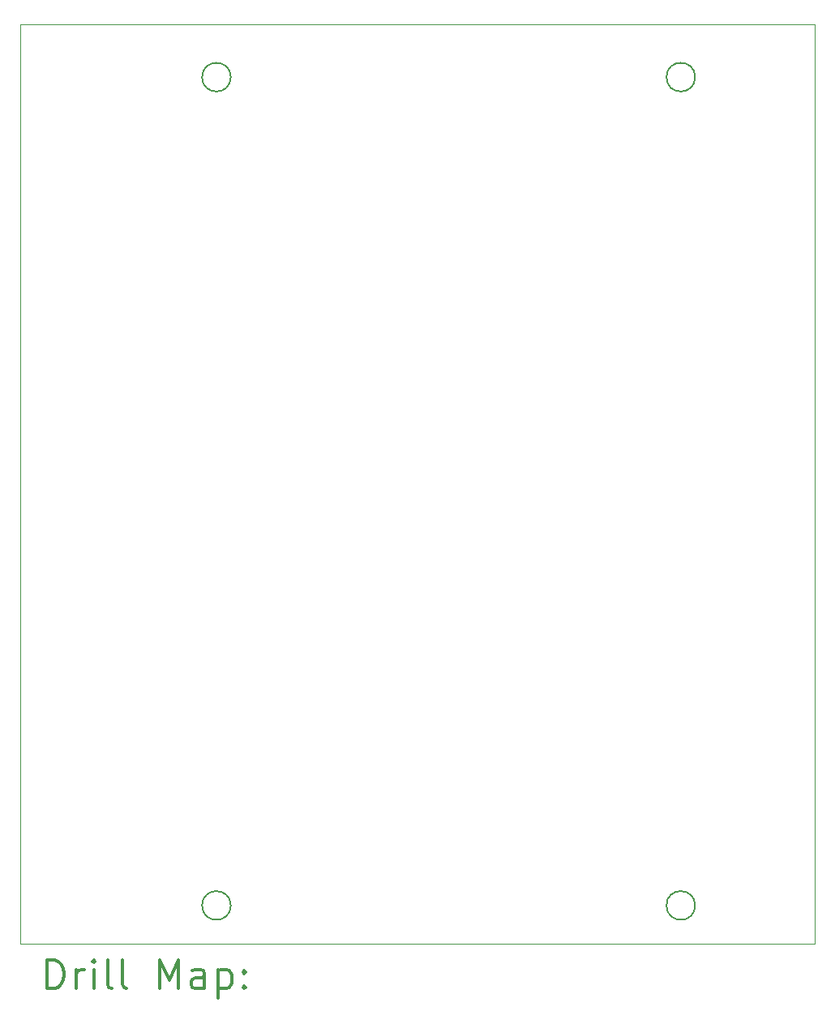
<source format=gbr>
%FSLAX45Y45*%
G04 Gerber Fmt 4.5, Leading zero omitted, Abs format (unit mm)*
G04 Created by KiCad (PCBNEW (5.1.10)-1) date 2022-03-31 00:15:28*
%MOMM*%
%LPD*%
G01*
G04 APERTURE LIST*
%TA.AperFunction,Profile*%
%ADD10C,0.150000*%
%TD*%
%TA.AperFunction,Profile*%
%ADD11C,0.050000*%
%TD*%
%ADD12C,0.200000*%
%ADD13C,0.300000*%
G04 APERTURE END LIST*
D10*
X11200000Y-14300000D02*
G75*
G03*
X11200000Y-14300000I-150000J0D01*
G01*
X16050000Y-14300000D02*
G75*
G03*
X16050000Y-14300000I-150000J0D01*
G01*
X16050000Y-5650000D02*
G75*
G03*
X16050000Y-5650000I-150000J0D01*
G01*
X11200000Y-5650000D02*
G75*
G03*
X11200000Y-5650000I-150000J0D01*
G01*
D11*
X9000000Y-14700000D02*
X17300000Y-14700000D01*
X9000000Y-5100000D02*
X9000000Y-14700000D01*
X17300000Y-5100000D02*
X9000000Y-5100000D01*
X17300000Y-5100000D02*
X17300000Y-14700000D01*
D12*
D13*
X9283928Y-15168214D02*
X9283928Y-14868214D01*
X9355357Y-14868214D01*
X9398214Y-14882500D01*
X9426786Y-14911071D01*
X9441071Y-14939643D01*
X9455357Y-14996786D01*
X9455357Y-15039643D01*
X9441071Y-15096786D01*
X9426786Y-15125357D01*
X9398214Y-15153929D01*
X9355357Y-15168214D01*
X9283928Y-15168214D01*
X9583928Y-15168214D02*
X9583928Y-14968214D01*
X9583928Y-15025357D02*
X9598214Y-14996786D01*
X9612500Y-14982500D01*
X9641071Y-14968214D01*
X9669643Y-14968214D01*
X9769643Y-15168214D02*
X9769643Y-14968214D01*
X9769643Y-14868214D02*
X9755357Y-14882500D01*
X9769643Y-14896786D01*
X9783928Y-14882500D01*
X9769643Y-14868214D01*
X9769643Y-14896786D01*
X9955357Y-15168214D02*
X9926786Y-15153929D01*
X9912500Y-15125357D01*
X9912500Y-14868214D01*
X10112500Y-15168214D02*
X10083928Y-15153929D01*
X10069643Y-15125357D01*
X10069643Y-14868214D01*
X10455357Y-15168214D02*
X10455357Y-14868214D01*
X10555357Y-15082500D01*
X10655357Y-14868214D01*
X10655357Y-15168214D01*
X10926786Y-15168214D02*
X10926786Y-15011071D01*
X10912500Y-14982500D01*
X10883928Y-14968214D01*
X10826786Y-14968214D01*
X10798214Y-14982500D01*
X10926786Y-15153929D02*
X10898214Y-15168214D01*
X10826786Y-15168214D01*
X10798214Y-15153929D01*
X10783928Y-15125357D01*
X10783928Y-15096786D01*
X10798214Y-15068214D01*
X10826786Y-15053929D01*
X10898214Y-15053929D01*
X10926786Y-15039643D01*
X11069643Y-14968214D02*
X11069643Y-15268214D01*
X11069643Y-14982500D02*
X11098214Y-14968214D01*
X11155357Y-14968214D01*
X11183928Y-14982500D01*
X11198214Y-14996786D01*
X11212500Y-15025357D01*
X11212500Y-15111071D01*
X11198214Y-15139643D01*
X11183928Y-15153929D01*
X11155357Y-15168214D01*
X11098214Y-15168214D01*
X11069643Y-15153929D01*
X11341071Y-15139643D02*
X11355357Y-15153929D01*
X11341071Y-15168214D01*
X11326786Y-15153929D01*
X11341071Y-15139643D01*
X11341071Y-15168214D01*
X11341071Y-14982500D02*
X11355357Y-14996786D01*
X11341071Y-15011071D01*
X11326786Y-14996786D01*
X11341071Y-14982500D01*
X11341071Y-15011071D01*
M02*

</source>
